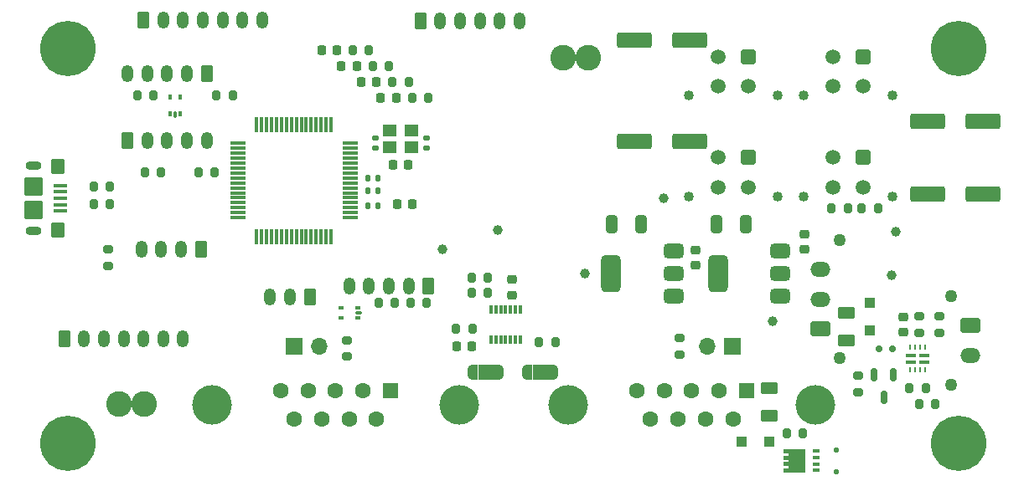
<source format=gbr>
%TF.GenerationSoftware,KiCad,Pcbnew,9.0.0*%
%TF.CreationDate,2025-05-15T11:56:12+12:00*%
%TF.ProjectId,Servo_Board,53657276-6f5f-4426-9f61-72642e6b6963,A*%
%TF.SameCoordinates,Original*%
%TF.FileFunction,Soldermask,Top*%
%TF.FilePolarity,Negative*%
%FSLAX46Y46*%
G04 Gerber Fmt 4.6, Leading zero omitted, Abs format (unit mm)*
G04 Created by KiCad (PCBNEW 9.0.0) date 2025-05-15 11:56:12*
%MOMM*%
%LPD*%
G01*
G04 APERTURE LIST*
G04 Aperture macros list*
%AMRoundRect*
0 Rectangle with rounded corners*
0 $1 Rounding radius*
0 $2 $3 $4 $5 $6 $7 $8 $9 X,Y pos of 4 corners*
0 Add a 4 corners polygon primitive as box body*
4,1,4,$2,$3,$4,$5,$6,$7,$8,$9,$2,$3,0*
0 Add four circle primitives for the rounded corners*
1,1,$1+$1,$2,$3*
1,1,$1+$1,$4,$5*
1,1,$1+$1,$6,$7*
1,1,$1+$1,$8,$9*
0 Add four rect primitives between the rounded corners*
20,1,$1+$1,$2,$3,$4,$5,0*
20,1,$1+$1,$4,$5,$6,$7,0*
20,1,$1+$1,$6,$7,$8,$9,0*
20,1,$1+$1,$8,$9,$2,$3,0*%
%AMFreePoly0*
4,1,23,0.550000,-0.750000,0.000000,-0.750000,0.000000,-0.745722,-0.065263,-0.745722,-0.191342,-0.711940,-0.304381,-0.646677,-0.396677,-0.554381,-0.461940,-0.441342,-0.495722,-0.315263,-0.495722,-0.250000,-0.500000,-0.250000,-0.500000,0.250000,-0.495722,0.250000,-0.495722,0.315263,-0.461940,0.441342,-0.396677,0.554381,-0.304381,0.646677,-0.191342,0.711940,-0.065263,0.745722,0.000000,0.745722,
0.000000,0.750000,0.550000,0.750000,0.550000,-0.750000,0.550000,-0.750000,$1*%
%AMFreePoly1*
4,1,23,0.000000,0.745722,0.065263,0.745722,0.191342,0.711940,0.304381,0.646677,0.396677,0.554381,0.461940,0.441342,0.495722,0.315263,0.495722,0.250000,0.500000,0.250000,0.500000,-0.250000,0.495722,-0.250000,0.495722,-0.315263,0.461940,-0.441342,0.396677,-0.554381,0.304381,-0.646677,0.191342,-0.711940,0.065263,-0.745722,0.000000,-0.745722,0.000000,-0.750000,-0.550000,-0.750000,
-0.550000,0.750000,0.000000,0.750000,0.000000,0.745722,0.000000,0.745722,$1*%
%AMFreePoly2*
4,1,17,1.395000,0.765000,0.855000,0.765000,0.855000,0.535000,1.395000,0.535000,1.395000,0.115000,0.855000,0.115000,0.855000,-0.115000,1.395000,-0.115000,1.395000,-0.535000,0.855000,-0.535000,0.855000,-0.765000,1.395000,-0.765000,1.395000,-1.185000,-0.855000,-1.185000,-0.855000,1.185000,1.395000,1.185000,1.395000,0.765000,1.395000,0.765000,$1*%
G04 Aperture macros list end*
%ADD10C,1.000000*%
%ADD11C,2.600000*%
%ADD12RoundRect,0.225000X0.250000X-0.225000X0.250000X0.225000X-0.250000X0.225000X-0.250000X-0.225000X0*%
%ADD13RoundRect,0.250000X1.500000X0.550000X-1.500000X0.550000X-1.500000X-0.550000X1.500000X-0.550000X0*%
%ADD14R,0.304800X0.972299*%
%ADD15RoundRect,0.200000X-0.200000X-0.275000X0.200000X-0.275000X0.200000X0.275000X-0.200000X0.275000X0*%
%ADD16RoundRect,0.200000X0.275000X-0.200000X0.275000X0.200000X-0.275000X0.200000X-0.275000X-0.200000X0*%
%ADD17C,3.600000*%
%ADD18C,5.600000*%
%ADD19RoundRect,0.250000X0.350000X0.625000X-0.350000X0.625000X-0.350000X-0.625000X0.350000X-0.625000X0*%
%ADD20O,1.200000X1.750000*%
%ADD21RoundRect,0.200000X0.200000X0.275000X-0.200000X0.275000X-0.200000X-0.275000X0.200000X-0.275000X0*%
%ADD22FreePoly0,0.000000*%
%ADD23R,1.000000X1.500000*%
%ADD24FreePoly1,0.000000*%
%ADD25RoundRect,0.250000X-0.350000X-0.625000X0.350000X-0.625000X0.350000X0.625000X-0.350000X0.625000X0*%
%ADD26RoundRect,0.225000X-0.250000X0.225000X-0.250000X-0.225000X0.250000X-0.225000X0.250000X0.225000X0*%
%ADD27RoundRect,0.225000X0.225000X0.250000X-0.225000X0.250000X-0.225000X-0.250000X0.225000X-0.250000X0*%
%ADD28RoundRect,0.250000X0.625000X-0.375000X0.625000X0.375000X-0.625000X0.375000X-0.625000X-0.375000X0*%
%ADD29R,1.700000X1.700000*%
%ADD30O,1.700000X1.700000*%
%ADD31RoundRect,0.140000X-0.170000X0.140000X-0.170000X-0.140000X0.170000X-0.140000X0.170000X0.140000X0*%
%ADD32RoundRect,0.375000X0.625000X0.375000X-0.625000X0.375000X-0.625000X-0.375000X0.625000X-0.375000X0*%
%ADD33RoundRect,0.500000X0.500000X1.400000X-0.500000X1.400000X-0.500000X-1.400000X0.500000X-1.400000X0*%
%ADD34RoundRect,0.150000X-0.150000X0.512500X-0.150000X-0.512500X0.150000X-0.512500X0.150000X0.512500X0*%
%ADD35RoundRect,0.250000X-0.300000X0.300000X-0.300000X-0.300000X0.300000X-0.300000X0.300000X0.300000X0*%
%ADD36RoundRect,0.250000X-1.500000X-0.550000X1.500000X-0.550000X1.500000X0.550000X-1.500000X0.550000X0*%
%ADD37RoundRect,0.250000X-0.325000X-0.650000X0.325000X-0.650000X0.325000X0.650000X-0.325000X0.650000X0*%
%ADD38R,1.050000X0.399999*%
%ADD39R,0.200000X0.599999*%
%ADD40RoundRect,0.200000X-0.275000X0.200000X-0.275000X-0.200000X0.275000X-0.200000X0.275000X0.200000X0*%
%ADD41RoundRect,0.140000X-0.140000X-0.170000X0.140000X-0.170000X0.140000X0.170000X-0.140000X0.170000X0*%
%ADD42RoundRect,0.140000X0.170000X-0.140000X0.170000X0.140000X-0.170000X0.140000X-0.170000X-0.140000X0*%
%ADD43RoundRect,0.100000X-0.575000X0.100000X-0.575000X-0.100000X0.575000X-0.100000X0.575000X0.100000X0*%
%ADD44O,1.600000X0.900000*%
%ADD45RoundRect,0.250000X-0.450000X0.550000X-0.450000X-0.550000X0.450000X-0.550000X0.450000X0.550000X0*%
%ADD46RoundRect,0.250000X-0.700000X0.700000X-0.700000X-0.700000X0.700000X-0.700000X0.700000X0.700000X0*%
%ADD47RoundRect,0.225000X-0.225000X-0.250000X0.225000X-0.250000X0.225000X0.250000X-0.225000X0.250000X0*%
%ADD48FreePoly0,180.000000*%
%ADD49FreePoly1,180.000000*%
%ADD50RoundRect,0.075000X0.700000X0.075000X-0.700000X0.075000X-0.700000X-0.075000X0.700000X-0.075000X0*%
%ADD51RoundRect,0.075000X0.075000X0.700000X-0.075000X0.700000X-0.075000X-0.700000X0.075000X-0.700000X0*%
%ADD52RoundRect,0.095000X0.095000X-0.155000X0.095000X0.155000X-0.095000X0.155000X-0.095000X-0.155000X0*%
%ADD53RoundRect,0.075000X0.075000X-0.250000X0.075000X0.250000X-0.075000X0.250000X-0.075000X-0.250000X0*%
%ADD54R,1.400000X1.200000*%
%ADD55RoundRect,0.150000X0.150000X0.200000X-0.150000X0.200000X-0.150000X-0.200000X0.150000X-0.200000X0*%
%ADD56RoundRect,0.250000X-0.300000X-0.300000X0.300000X-0.300000X0.300000X0.300000X-0.300000X0.300000X0*%
%ADD57RoundRect,0.105000X0.245000X0.105000X-0.245000X0.105000X-0.245000X-0.105000X0.245000X-0.105000X0*%
%ADD58FreePoly2,180.000000*%
%ADD59RoundRect,0.125000X0.125000X-0.125000X0.125000X0.125000X-0.125000X0.125000X-0.125000X-0.125000X0*%
%ADD60RoundRect,0.095000X0.155000X0.095000X-0.155000X0.095000X-0.155000X-0.095000X0.155000X-0.095000X0*%
%ADD61RoundRect,0.075000X0.250000X0.075000X-0.250000X0.075000X-0.250000X-0.075000X0.250000X-0.075000X0*%
%ADD62C,1.020000*%
%ADD63RoundRect,0.250001X0.499999X0.499999X-0.499999X0.499999X-0.499999X-0.499999X0.499999X-0.499999X0*%
%ADD64C,1.500000*%
%ADD65C,1.270000*%
%ADD66RoundRect,0.250001X0.759999X-0.499999X0.759999X0.499999X-0.759999X0.499999X-0.759999X-0.499999X0*%
%ADD67O,2.020000X1.500000*%
%ADD68C,4.000000*%
%ADD69R,1.600000X1.600000*%
%ADD70C,1.600000*%
%ADD71RoundRect,0.250001X-0.759999X0.499999X-0.759999X-0.499999X0.759999X-0.499999X0.759999X0.499999X0*%
G04 APERTURE END LIST*
%TO.C,JP2*%
G36*
X146450000Y-112050000D02*
G01*
X147950000Y-112050000D01*
X147950000Y-113550000D01*
X146450000Y-113550000D01*
X146450000Y-112050000D01*
G37*
%TO.C,JP1*%
G36*
X153450000Y-113550000D02*
G01*
X151950000Y-113550000D01*
X151950000Y-112050000D01*
X153450000Y-112050000D01*
X153450000Y-113550000D01*
G37*
%TD*%
D10*
%TO.C,TP17*%
X176200000Y-107600000D03*
%TD*%
D11*
%TO.C,TP20*%
X155000000Y-81000000D03*
X157540000Y-81000000D03*
%TD*%
%TO.C,TP19*%
X110130000Y-116000000D03*
X112670000Y-116000000D03*
%TD*%
D10*
%TO.C,TP18*%
X157200000Y-102800000D03*
%TD*%
%TO.C,TP16*%
X188600000Y-98600000D03*
%TD*%
%TO.C,TP4*%
X188200000Y-103000000D03*
%TD*%
%TO.C,TP3*%
X165200000Y-95200000D03*
%TD*%
%TO.C,TP2*%
X142800000Y-100400000D03*
%TD*%
%TO.C,TP1*%
X148400000Y-98400000D03*
%TD*%
D12*
%TO.C,C9*%
X149800000Y-105000000D03*
X149800000Y-103450000D03*
%TD*%
D13*
%TO.C,C21*%
X167800000Y-89400000D03*
X162200000Y-89400000D03*
%TD*%
D14*
%TO.C,U2*%
X150700378Y-106459749D03*
X150200252Y-106459749D03*
X149700126Y-106459749D03*
X149200000Y-106459749D03*
X148699874Y-106459749D03*
X148199748Y-106459749D03*
X147699622Y-106459749D03*
X147699622Y-109540251D03*
X148199748Y-109540251D03*
X148699874Y-109540251D03*
X149200000Y-109540251D03*
X149700126Y-109540251D03*
X150200252Y-109540251D03*
X150700378Y-109540251D03*
%TD*%
D15*
%TO.C,R4*%
X111975000Y-84800000D03*
X113625000Y-84800000D03*
%TD*%
D16*
%TO.C,R22*%
X191000000Y-108825000D03*
X191000000Y-107175000D03*
%TD*%
D17*
%TO.C,H4*%
X195000000Y-120000000D03*
D18*
X195000000Y-120000000D03*
%TD*%
D19*
%TO.C,J1*%
X118400000Y-100400000D03*
D20*
X116400000Y-100400000D03*
X114400000Y-100400000D03*
X112400000Y-100400000D03*
%TD*%
D21*
%TO.C,R20*%
X137400000Y-81800000D03*
X135750000Y-81800000D03*
%TD*%
D22*
%TO.C,JP2*%
X145900000Y-112800000D03*
D23*
X147200000Y-112800000D03*
D24*
X148500000Y-112800000D03*
%TD*%
D25*
%TO.C,J18*%
X112600000Y-77200000D03*
D20*
X114600000Y-77200000D03*
X116600000Y-77200000D03*
X118600000Y-77200000D03*
X120600000Y-77200000D03*
X122600000Y-77200000D03*
X124600000Y-77200000D03*
%TD*%
D26*
%TO.C,C12*%
X168400000Y-100425000D03*
X168400000Y-101975000D03*
%TD*%
D27*
%TO.C,C19*%
X134150000Y-81800000D03*
X132600000Y-81800000D03*
%TD*%
D12*
%TO.C,C23*%
X189400000Y-108775000D03*
X189400000Y-107225000D03*
%TD*%
D28*
%TO.C,F2*%
X183600000Y-109600000D03*
X183600000Y-106800000D03*
%TD*%
D15*
%TO.C,R30*%
X112750000Y-92600000D03*
X114400000Y-92600000D03*
%TD*%
D29*
%TO.C,J10*%
X127800000Y-110200000D03*
D30*
X130340000Y-110200000D03*
%TD*%
D31*
%TO.C,C7*%
X141200000Y-89120000D03*
X141200000Y-90080000D03*
%TD*%
D32*
%TO.C,U3*%
X166150000Y-105100000D03*
X166150000Y-102800000D03*
D33*
X159850000Y-102800000D03*
D32*
X166150000Y-100500000D03*
%TD*%
D27*
%TO.C,C10*%
X136150000Y-83400000D03*
X134600000Y-83400000D03*
%TD*%
D25*
%TO.C,J8*%
X140600000Y-77250000D03*
D20*
X142600000Y-77250000D03*
X144600000Y-77250000D03*
X146600000Y-77250000D03*
X148600000Y-77250000D03*
X150600000Y-77250000D03*
%TD*%
D17*
%TO.C,H3*%
X105000000Y-120000000D03*
D18*
X105000000Y-120000000D03*
%TD*%
D21*
%TO.C,R8*%
X109225000Y-95800000D03*
X107575000Y-95800000D03*
%TD*%
D34*
%TO.C,D9*%
X188350000Y-113062500D03*
X186450000Y-113062500D03*
X187400000Y-115337500D03*
%TD*%
D35*
%TO.C,D10*%
X186000000Y-105800000D03*
X186000000Y-108600000D03*
%TD*%
D21*
%TO.C,R14*%
X145825000Y-108400000D03*
X144175000Y-108400000D03*
%TD*%
D36*
%TO.C,C15*%
X191800000Y-94800000D03*
X197400000Y-94800000D03*
%TD*%
D37*
%TO.C,C11*%
X159925000Y-97800000D03*
X162875000Y-97800000D03*
%TD*%
D38*
%TO.C,U5*%
X190125000Y-111075002D03*
X190125000Y-111775001D03*
D39*
X190049999Y-112550000D03*
X190550000Y-112550000D03*
X191050000Y-112550000D03*
X191550001Y-112550000D03*
D38*
X191475000Y-111775001D03*
X191475000Y-111075002D03*
D39*
X191550001Y-110250002D03*
X191050000Y-110250002D03*
X190550000Y-110250002D03*
X190049999Y-110250002D03*
%TD*%
D29*
%TO.C,J9*%
X172075000Y-110200000D03*
D30*
X169535000Y-110200000D03*
%TD*%
D40*
%TO.C,R27*%
X109000000Y-100375000D03*
X109000000Y-102025000D03*
%TD*%
D17*
%TO.C,H2*%
X195000000Y-80000000D03*
D18*
X195000000Y-80000000D03*
%TD*%
D27*
%TO.C,C16*%
X138125000Y-85000000D03*
X136575000Y-85000000D03*
%TD*%
%TO.C,C20*%
X132175000Y-80200000D03*
X130625000Y-80200000D03*
%TD*%
D19*
%TO.C,J2*%
X129400000Y-105200000D03*
D20*
X127400000Y-105200000D03*
X125400000Y-105200000D03*
%TD*%
D41*
%TO.C,C5*%
X135320000Y-94400000D03*
X136280000Y-94400000D03*
%TD*%
D42*
%TO.C,C6*%
X136000000Y-90080000D03*
X136000000Y-89120000D03*
%TD*%
D21*
%TO.C,R17*%
X186825000Y-96200000D03*
X185175000Y-96200000D03*
%TD*%
D15*
%TO.C,R13*%
X145775000Y-104800000D03*
X147425000Y-104800000D03*
%TD*%
D43*
%TO.C,J4*%
X104200000Y-93900000D03*
X104200000Y-94550000D03*
X104200000Y-95200000D03*
X104200000Y-95850000D03*
X104200000Y-96500000D03*
D44*
X101525000Y-91900000D03*
D45*
X103975000Y-92000000D03*
D46*
X101525000Y-94000000D03*
X101525000Y-96400000D03*
D45*
X103975000Y-98400000D03*
D44*
X101525000Y-98500000D03*
%TD*%
D21*
%TO.C,R19*%
X183755000Y-96200000D03*
X182105000Y-96200000D03*
%TD*%
D47*
%TO.C,C4*%
X138225000Y-95800000D03*
X139775000Y-95800000D03*
%TD*%
D48*
%TO.C,JP1*%
X154000000Y-112800000D03*
D23*
X152700000Y-112800000D03*
D49*
X151400000Y-112800000D03*
%TD*%
D47*
%TO.C,C3*%
X137825000Y-91800000D03*
X139375000Y-91800000D03*
%TD*%
D27*
%TO.C,C8*%
X145775000Y-110200000D03*
X144225000Y-110200000D03*
%TD*%
D41*
%TO.C,C2*%
X135320000Y-96000000D03*
X136280000Y-96000000D03*
%TD*%
D12*
%TO.C,C14*%
X179400000Y-100375000D03*
X179400000Y-98825000D03*
%TD*%
D16*
%TO.C,R26*%
X184800000Y-114825000D03*
X184800000Y-113175000D03*
%TD*%
D21*
%TO.C,R6*%
X138025000Y-105800000D03*
X136375000Y-105800000D03*
%TD*%
%TO.C,R18*%
X179225000Y-119000000D03*
X177575000Y-119000000D03*
%TD*%
D50*
%TO.C,U1*%
X133475000Y-97150000D03*
X133475000Y-96650000D03*
X133475000Y-96150000D03*
X133475000Y-95650000D03*
X133475000Y-95150000D03*
X133475000Y-94650000D03*
X133475000Y-94150000D03*
X133475000Y-93650000D03*
X133475000Y-93150000D03*
X133475000Y-92650000D03*
X133475000Y-92150000D03*
X133475000Y-91650000D03*
X133475000Y-91150000D03*
X133475000Y-90650000D03*
X133475000Y-90150000D03*
X133475000Y-89650000D03*
D51*
X131550000Y-87725000D03*
X131050000Y-87725000D03*
X130550000Y-87725000D03*
X130050000Y-87725000D03*
X129550000Y-87725000D03*
X129050000Y-87725000D03*
X128550000Y-87725000D03*
X128050000Y-87725000D03*
X127550000Y-87725000D03*
X127050000Y-87725000D03*
X126550000Y-87725000D03*
X126050000Y-87725000D03*
X125550000Y-87725000D03*
X125050000Y-87725000D03*
X124550000Y-87725000D03*
X124050000Y-87725000D03*
D50*
X122125000Y-89650000D03*
X122125000Y-90150000D03*
X122125000Y-90650000D03*
X122125000Y-91150000D03*
X122125000Y-91650000D03*
X122125000Y-92150000D03*
X122125000Y-92650000D03*
X122125000Y-93150000D03*
X122125000Y-93650000D03*
X122125000Y-94150000D03*
X122125000Y-94650000D03*
X122125000Y-95150000D03*
X122125000Y-95650000D03*
X122125000Y-96150000D03*
X122125000Y-96650000D03*
X122125000Y-97150000D03*
D51*
X124050000Y-99075000D03*
X124550000Y-99075000D03*
X125050000Y-99075000D03*
X125550000Y-99075000D03*
X126050000Y-99075000D03*
X126550000Y-99075000D03*
X127050000Y-99075000D03*
X127550000Y-99075000D03*
X128050000Y-99075000D03*
X128550000Y-99075000D03*
X129050000Y-99075000D03*
X129550000Y-99075000D03*
X130050000Y-99075000D03*
X130550000Y-99075000D03*
X131050000Y-99075000D03*
X131550000Y-99075000D03*
%TD*%
D52*
%TO.C,D5*%
X115260000Y-86650000D03*
D53*
X115800000Y-86730000D03*
D52*
X116340000Y-86650000D03*
X116340000Y-84950000D03*
X115260000Y-84950000D03*
%TD*%
D21*
%TO.C,R24*%
X192625000Y-116000000D03*
X190975000Y-116000000D03*
%TD*%
D37*
%TO.C,C13*%
X170525000Y-97800000D03*
X173475000Y-97800000D03*
%TD*%
D54*
%TO.C,Y1*%
X137500000Y-90050000D03*
X139700000Y-90050000D03*
X139700000Y-88350000D03*
X137500000Y-88350000D03*
%TD*%
D55*
%TO.C,D8*%
X186900000Y-110400000D03*
X188300000Y-110400000D03*
%TD*%
D36*
%TO.C,C17*%
X191800000Y-87400000D03*
X197400000Y-87400000D03*
%TD*%
D40*
%TO.C,R23*%
X193000000Y-107175000D03*
X193000000Y-108825000D03*
%TD*%
D28*
%TO.C,F1*%
X175800000Y-117200000D03*
X175800000Y-114400000D03*
%TD*%
D15*
%TO.C,R10*%
X152575000Y-109800000D03*
X154225000Y-109800000D03*
%TD*%
D40*
%TO.C,R11*%
X133200000Y-109575000D03*
X133200000Y-111225000D03*
%TD*%
D21*
%TO.C,R28*%
X141225000Y-105800000D03*
X139575000Y-105800000D03*
%TD*%
%TO.C,R15*%
X139400000Y-83400000D03*
X137750000Y-83400000D03*
%TD*%
%TO.C,R16*%
X141375000Y-85000000D03*
X139725000Y-85000000D03*
%TD*%
D32*
%TO.C,U4*%
X176950000Y-105100000D03*
X176950000Y-102800000D03*
D33*
X170650000Y-102800000D03*
D32*
X176950000Y-100500000D03*
%TD*%
D13*
%TO.C,C22*%
X167800000Y-79200000D03*
X162200000Y-79200000D03*
%TD*%
D21*
%TO.C,R5*%
X121625000Y-84800000D03*
X119975000Y-84800000D03*
%TD*%
%TO.C,R21*%
X135400000Y-80200000D03*
X133750000Y-80200000D03*
%TD*%
%TO.C,R7*%
X109225000Y-94000000D03*
X107575000Y-94000000D03*
%TD*%
D56*
%TO.C,D7*%
X173000000Y-119800000D03*
X175800000Y-119800000D03*
%TD*%
D21*
%TO.C,R25*%
X191625000Y-114400000D03*
X189975000Y-114400000D03*
%TD*%
D57*
%TO.C,Q1*%
X180600000Y-122740000D03*
X180600000Y-122090000D03*
X180600000Y-121440000D03*
X180600000Y-120790000D03*
D58*
X178645000Y-121765000D03*
%TD*%
D59*
%TO.C,D6*%
X182600000Y-122900000D03*
X182600000Y-120700000D03*
%TD*%
D41*
%TO.C,C1*%
X135320000Y-93200000D03*
X136280000Y-93200000D03*
%TD*%
D60*
%TO.C,D4*%
X134250000Y-107340000D03*
D61*
X134330000Y-106800000D03*
D60*
X134250000Y-106260000D03*
X132550000Y-106260000D03*
X132550000Y-107340000D03*
%TD*%
D15*
%TO.C,R29*%
X118175000Y-92600000D03*
X119825000Y-92600000D03*
%TD*%
D17*
%TO.C,H1*%
X105000000Y-80000000D03*
D18*
X105000000Y-80000000D03*
%TD*%
D40*
%TO.C,R9*%
X166800000Y-109375000D03*
X166800000Y-111025000D03*
%TD*%
D15*
%TO.C,R12*%
X145775000Y-103200000D03*
X147425000Y-103200000D03*
%TD*%
D62*
%TO.C,J17*%
X176700000Y-84820000D03*
X167700000Y-84820000D03*
D63*
X173700000Y-80880000D03*
D64*
X170700000Y-80880000D03*
X173700000Y-83880000D03*
X170700000Y-83880000D03*
%TD*%
D62*
%TO.C,J16*%
X188300000Y-84820000D03*
X179300000Y-84820000D03*
D63*
X185300000Y-80880000D03*
D64*
X182300000Y-80880000D03*
X185300000Y-83880000D03*
X182300000Y-83880000D03*
%TD*%
D65*
%TO.C,J19*%
X182960000Y-111400000D03*
X182960000Y-99400000D03*
D66*
X181000000Y-108400000D03*
D67*
X181000000Y-105400000D03*
X181000000Y-102400000D03*
%TD*%
D68*
%TO.C,J12*%
X144500000Y-116094669D03*
X119500000Y-116094669D03*
D69*
X137540000Y-114674669D03*
D70*
X134770000Y-114674669D03*
X132000000Y-114674669D03*
X129230000Y-114674669D03*
X126460000Y-114674669D03*
X136155000Y-117514669D03*
X133385000Y-117514669D03*
X130615000Y-117514669D03*
X127845000Y-117514669D03*
%TD*%
D25*
%TO.C,J5*%
X111000000Y-89350000D03*
D20*
X113000000Y-89350000D03*
X115000000Y-89350000D03*
X117000000Y-89350000D03*
X119000000Y-89350000D03*
%TD*%
D62*
%TO.C,J15*%
X176700000Y-95020000D03*
X167700000Y-95020000D03*
D63*
X173700000Y-91080000D03*
D64*
X170700000Y-91080000D03*
X173700000Y-94080000D03*
X170700000Y-94080000D03*
%TD*%
D25*
%TO.C,J3*%
X104600000Y-109400000D03*
D20*
X106600000Y-109400000D03*
X108600000Y-109400000D03*
X110600000Y-109400000D03*
X112600000Y-109400000D03*
X114600000Y-109400000D03*
X116600000Y-109400000D03*
%TD*%
D68*
%TO.C,J6*%
X180500000Y-116094669D03*
X155500000Y-116094669D03*
D69*
X173540000Y-114674669D03*
D70*
X170770000Y-114674669D03*
X168000000Y-114674669D03*
X165230000Y-114674669D03*
X162460000Y-114674669D03*
X172155000Y-117514669D03*
X169385000Y-117514669D03*
X166615000Y-117514669D03*
X163845000Y-117514669D03*
%TD*%
D19*
%TO.C,J7*%
X141400000Y-104050000D03*
D20*
X139400000Y-104050000D03*
X137400000Y-104050000D03*
X135400000Y-104050000D03*
X133400000Y-104050000D03*
%TD*%
D19*
%TO.C,J11*%
X119000000Y-82600000D03*
D20*
X117000000Y-82600000D03*
X115000000Y-82600000D03*
X113000000Y-82600000D03*
X111000000Y-82600000D03*
%TD*%
D62*
%TO.C,J14*%
X188300000Y-95020000D03*
X179300000Y-95020000D03*
D63*
X185300000Y-91080000D03*
D64*
X182300000Y-91080000D03*
X185300000Y-94080000D03*
X182300000Y-94080000D03*
%TD*%
D65*
%TO.C,SW1*%
X194225000Y-105100000D03*
X194225000Y-114100000D03*
D71*
X196185000Y-108100000D03*
D67*
X196185000Y-111100000D03*
%TD*%
M02*

</source>
